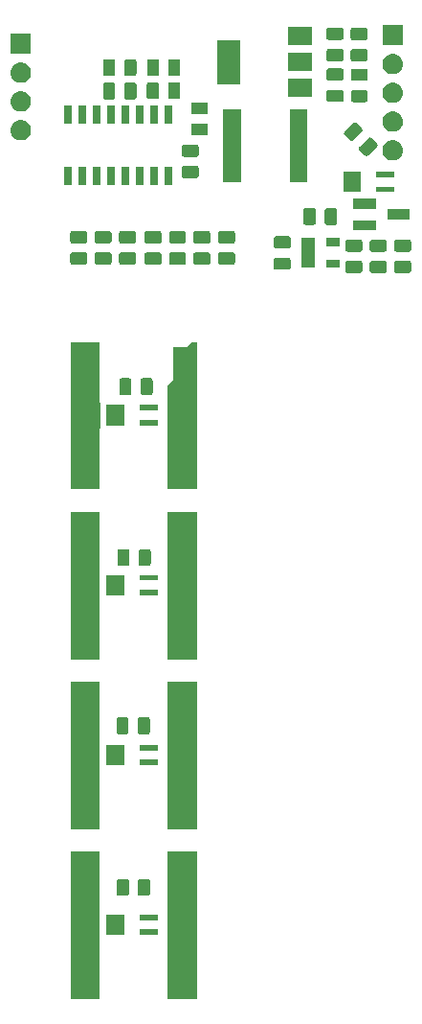
<source format=gts>
G04 #@! TF.GenerationSoftware,KiCad,Pcbnew,(5.0.2)-1*
G04 #@! TF.CreationDate,2020-07-12T04:03:39+02:00*
G04 #@! TF.ProjectId,TempSpike,54656d70-5370-4696-9b65-2e6b69636164,rev?*
G04 #@! TF.SameCoordinates,Original*
G04 #@! TF.FileFunction,Soldermask,Top*
G04 #@! TF.FilePolarity,Negative*
%FSLAX46Y46*%
G04 Gerber Fmt 4.6, Leading zero omitted, Abs format (unit mm)*
G04 Created by KiCad (PCBNEW (5.0.2)-1) date 2020/07/12 04:03:39*
%MOMM*%
%LPD*%
G01*
G04 APERTURE LIST*
%ADD10C,0.100000*%
G04 APERTURE END LIST*
D10*
G36*
X158600000Y-125000000D02*
X156000000Y-125000000D01*
X156000000Y-112000000D01*
X158600000Y-112000000D01*
X158600000Y-125000000D01*
X158600000Y-125000000D01*
G37*
G36*
X150000000Y-125000000D02*
X147400000Y-125000000D01*
X147400000Y-112000000D01*
X150000000Y-112000000D01*
X150000000Y-125000000D01*
X150000000Y-125000000D01*
G37*
G36*
X152177960Y-119341240D02*
X150575960Y-119341240D01*
X150575960Y-117539000D01*
X152177960Y-117539000D01*
X152177960Y-119341240D01*
X152177960Y-119341240D01*
G37*
G36*
X155104040Y-119341240D02*
X153502040Y-119341240D01*
X153502040Y-118839240D01*
X155104040Y-118839240D01*
X155104040Y-119341240D01*
X155104040Y-119341240D01*
G37*
G36*
X155104040Y-118040760D02*
X153502040Y-118040760D01*
X153502040Y-117538760D01*
X155104040Y-117538760D01*
X155104040Y-118040760D01*
X155104040Y-118040760D01*
G37*
G36*
X152391966Y-114383565D02*
X152430637Y-114395296D01*
X152466279Y-114414348D01*
X152497517Y-114439983D01*
X152523152Y-114471221D01*
X152542204Y-114506863D01*
X152553935Y-114545534D01*
X152558500Y-114591888D01*
X152558500Y-115668112D01*
X152553935Y-115714466D01*
X152542204Y-115753137D01*
X152523152Y-115788779D01*
X152497517Y-115820017D01*
X152466279Y-115845652D01*
X152430637Y-115864704D01*
X152391966Y-115876435D01*
X152345612Y-115881000D01*
X151694388Y-115881000D01*
X151648034Y-115876435D01*
X151609363Y-115864704D01*
X151573721Y-115845652D01*
X151542483Y-115820017D01*
X151516848Y-115788779D01*
X151497796Y-115753137D01*
X151486065Y-115714466D01*
X151481500Y-115668112D01*
X151481500Y-114591888D01*
X151486065Y-114545534D01*
X151497796Y-114506863D01*
X151516848Y-114471221D01*
X151542483Y-114439983D01*
X151573721Y-114414348D01*
X151609363Y-114395296D01*
X151648034Y-114383565D01*
X151694388Y-114379000D01*
X152345612Y-114379000D01*
X152391966Y-114383565D01*
X152391966Y-114383565D01*
G37*
G36*
X154266966Y-114383565D02*
X154305637Y-114395296D01*
X154341279Y-114414348D01*
X154372517Y-114439983D01*
X154398152Y-114471221D01*
X154417204Y-114506863D01*
X154428935Y-114545534D01*
X154433500Y-114591888D01*
X154433500Y-115668112D01*
X154428935Y-115714466D01*
X154417204Y-115753137D01*
X154398152Y-115788779D01*
X154372517Y-115820017D01*
X154341279Y-115845652D01*
X154305637Y-115864704D01*
X154266966Y-115876435D01*
X154220612Y-115881000D01*
X153569388Y-115881000D01*
X153523034Y-115876435D01*
X153484363Y-115864704D01*
X153448721Y-115845652D01*
X153417483Y-115820017D01*
X153391848Y-115788779D01*
X153372796Y-115753137D01*
X153361065Y-115714466D01*
X153356500Y-115668112D01*
X153356500Y-114591888D01*
X153361065Y-114545534D01*
X153372796Y-114506863D01*
X153391848Y-114471221D01*
X153417483Y-114439983D01*
X153448721Y-114414348D01*
X153484363Y-114395296D01*
X153523034Y-114383565D01*
X153569388Y-114379000D01*
X154220612Y-114379000D01*
X154266966Y-114383565D01*
X154266966Y-114383565D01*
G37*
G36*
X158600000Y-110000000D02*
X156000000Y-110000000D01*
X156000000Y-97000000D01*
X158600000Y-97000000D01*
X158600000Y-110000000D01*
X158600000Y-110000000D01*
G37*
G36*
X150000000Y-110000000D02*
X147400000Y-110000000D01*
X147400000Y-97000000D01*
X150000000Y-97000000D01*
X150000000Y-110000000D01*
X150000000Y-110000000D01*
G37*
G36*
X152177960Y-104341240D02*
X150575960Y-104341240D01*
X150575960Y-102539000D01*
X152177960Y-102539000D01*
X152177960Y-104341240D01*
X152177960Y-104341240D01*
G37*
G36*
X155104040Y-104341240D02*
X153502040Y-104341240D01*
X153502040Y-103839240D01*
X155104040Y-103839240D01*
X155104040Y-104341240D01*
X155104040Y-104341240D01*
G37*
G36*
X155104040Y-103040760D02*
X153502040Y-103040760D01*
X153502040Y-102538760D01*
X155104040Y-102538760D01*
X155104040Y-103040760D01*
X155104040Y-103040760D01*
G37*
G36*
X152376966Y-100113565D02*
X152415637Y-100125296D01*
X152451279Y-100144348D01*
X152482517Y-100169983D01*
X152508152Y-100201221D01*
X152527204Y-100236863D01*
X152538935Y-100275534D01*
X152543500Y-100321888D01*
X152543500Y-101398112D01*
X152538935Y-101444466D01*
X152527204Y-101483137D01*
X152508152Y-101518779D01*
X152482517Y-101550017D01*
X152451279Y-101575652D01*
X152415637Y-101594704D01*
X152376966Y-101606435D01*
X152330612Y-101611000D01*
X151679388Y-101611000D01*
X151633034Y-101606435D01*
X151594363Y-101594704D01*
X151558721Y-101575652D01*
X151527483Y-101550017D01*
X151501848Y-101518779D01*
X151482796Y-101483137D01*
X151471065Y-101444466D01*
X151466500Y-101398112D01*
X151466500Y-100321888D01*
X151471065Y-100275534D01*
X151482796Y-100236863D01*
X151501848Y-100201221D01*
X151527483Y-100169983D01*
X151558721Y-100144348D01*
X151594363Y-100125296D01*
X151633034Y-100113565D01*
X151679388Y-100109000D01*
X152330612Y-100109000D01*
X152376966Y-100113565D01*
X152376966Y-100113565D01*
G37*
G36*
X154251966Y-100113565D02*
X154290637Y-100125296D01*
X154326279Y-100144348D01*
X154357517Y-100169983D01*
X154383152Y-100201221D01*
X154402204Y-100236863D01*
X154413935Y-100275534D01*
X154418500Y-100321888D01*
X154418500Y-101398112D01*
X154413935Y-101444466D01*
X154402204Y-101483137D01*
X154383152Y-101518779D01*
X154357517Y-101550017D01*
X154326279Y-101575652D01*
X154290637Y-101594704D01*
X154251966Y-101606435D01*
X154205612Y-101611000D01*
X153554388Y-101611000D01*
X153508034Y-101606435D01*
X153469363Y-101594704D01*
X153433721Y-101575652D01*
X153402483Y-101550017D01*
X153376848Y-101518779D01*
X153357796Y-101483137D01*
X153346065Y-101444466D01*
X153341500Y-101398112D01*
X153341500Y-100321888D01*
X153346065Y-100275534D01*
X153357796Y-100236863D01*
X153376848Y-100201221D01*
X153402483Y-100169983D01*
X153433721Y-100144348D01*
X153469363Y-100125296D01*
X153508034Y-100113565D01*
X153554388Y-100109000D01*
X154205612Y-100109000D01*
X154251966Y-100113565D01*
X154251966Y-100113565D01*
G37*
G36*
X150000000Y-95000000D02*
X147400000Y-95000000D01*
X147400000Y-82000000D01*
X150000000Y-82000000D01*
X150000000Y-95000000D01*
X150000000Y-95000000D01*
G37*
G36*
X158600000Y-95000000D02*
X156000000Y-95000000D01*
X156000000Y-82000000D01*
X158600000Y-82000000D01*
X158600000Y-95000000D01*
X158600000Y-95000000D01*
G37*
G36*
X155114040Y-89341240D02*
X153512040Y-89341240D01*
X153512040Y-88839240D01*
X155114040Y-88839240D01*
X155114040Y-89341240D01*
X155114040Y-89341240D01*
G37*
G36*
X152187960Y-89341240D02*
X150585960Y-89341240D01*
X150585960Y-87539000D01*
X152187960Y-87539000D01*
X152187960Y-89341240D01*
X152187960Y-89341240D01*
G37*
G36*
X155114040Y-88040760D02*
X153512040Y-88040760D01*
X153512040Y-87538760D01*
X155114040Y-87538760D01*
X155114040Y-88040760D01*
X155114040Y-88040760D01*
G37*
G36*
X154326966Y-85273565D02*
X154365637Y-85285296D01*
X154401279Y-85304348D01*
X154432517Y-85329983D01*
X154458152Y-85361221D01*
X154477204Y-85396863D01*
X154488935Y-85435534D01*
X154493500Y-85481888D01*
X154493500Y-86558112D01*
X154488935Y-86604466D01*
X154477204Y-86643137D01*
X154458152Y-86678779D01*
X154432517Y-86710017D01*
X154401279Y-86735652D01*
X154365637Y-86754704D01*
X154326966Y-86766435D01*
X154280612Y-86771000D01*
X153629388Y-86771000D01*
X153583034Y-86766435D01*
X153544363Y-86754704D01*
X153508721Y-86735652D01*
X153477483Y-86710017D01*
X153451848Y-86678779D01*
X153432796Y-86643137D01*
X153421065Y-86604466D01*
X153416500Y-86558112D01*
X153416500Y-85481888D01*
X153421065Y-85435534D01*
X153432796Y-85396863D01*
X153451848Y-85361221D01*
X153477483Y-85329983D01*
X153508721Y-85304348D01*
X153544363Y-85285296D01*
X153583034Y-85273565D01*
X153629388Y-85269000D01*
X154280612Y-85269000D01*
X154326966Y-85273565D01*
X154326966Y-85273565D01*
G37*
G36*
X152451966Y-85273565D02*
X152490637Y-85285296D01*
X152526279Y-85304348D01*
X152557517Y-85329983D01*
X152583152Y-85361221D01*
X152602204Y-85396863D01*
X152613935Y-85435534D01*
X152618500Y-85481888D01*
X152618500Y-86558112D01*
X152613935Y-86604466D01*
X152602204Y-86643137D01*
X152583152Y-86678779D01*
X152557517Y-86710017D01*
X152526279Y-86735652D01*
X152490637Y-86754704D01*
X152451966Y-86766435D01*
X152405612Y-86771000D01*
X151754388Y-86771000D01*
X151708034Y-86766435D01*
X151669363Y-86754704D01*
X151633721Y-86735652D01*
X151602483Y-86710017D01*
X151576848Y-86678779D01*
X151557796Y-86643137D01*
X151546065Y-86604466D01*
X151541500Y-86558112D01*
X151541500Y-85481888D01*
X151546065Y-85435534D01*
X151557796Y-85396863D01*
X151576848Y-85361221D01*
X151602483Y-85329983D01*
X151633721Y-85304348D01*
X151669363Y-85285296D01*
X151708034Y-85273565D01*
X151754388Y-85269000D01*
X152405612Y-85269000D01*
X152451966Y-85273565D01*
X152451966Y-85273565D01*
G37*
G36*
X150000000Y-72324000D02*
X150002402Y-72348386D01*
X150009515Y-72371835D01*
X150021066Y-72393446D01*
X150036612Y-72412388D01*
X150055554Y-72427934D01*
X150061000Y-72430845D01*
X150061000Y-74569155D01*
X150055554Y-74572066D01*
X150036612Y-74587612D01*
X150021066Y-74606554D01*
X150009515Y-74628165D01*
X150002402Y-74651614D01*
X150000000Y-74676000D01*
X150000000Y-80000000D01*
X147400000Y-80000000D01*
X147400000Y-67000000D01*
X150000000Y-67000000D01*
X150000000Y-72324000D01*
X150000000Y-72324000D01*
G37*
G36*
X158600000Y-80000000D02*
X156000000Y-80000000D01*
X156000000Y-70800000D01*
X156463388Y-70336612D01*
X156478934Y-70317670D01*
X156490485Y-70296059D01*
X156497598Y-70272610D01*
X156500000Y-70248224D01*
X156500000Y-67400000D01*
X157648224Y-67400000D01*
X157672610Y-67397598D01*
X157696059Y-67390485D01*
X157717670Y-67378934D01*
X157736612Y-67363388D01*
X158100000Y-67000000D01*
X158600000Y-67000000D01*
X158600000Y-80000000D01*
X158600000Y-80000000D01*
G37*
G36*
X155108540Y-74341240D02*
X153506540Y-74341240D01*
X153506540Y-73839240D01*
X155108540Y-73839240D01*
X155108540Y-74341240D01*
X155108540Y-74341240D01*
G37*
G36*
X152182460Y-74341240D02*
X150580460Y-74341240D01*
X150580460Y-72539000D01*
X152182460Y-72539000D01*
X152182460Y-74341240D01*
X152182460Y-74341240D01*
G37*
G36*
X155108540Y-73040760D02*
X153506540Y-73040760D01*
X153506540Y-72538760D01*
X155108540Y-72538760D01*
X155108540Y-73040760D01*
X155108540Y-73040760D01*
G37*
G36*
X154496966Y-70173565D02*
X154535637Y-70185296D01*
X154571279Y-70204348D01*
X154602517Y-70229983D01*
X154628152Y-70261221D01*
X154647204Y-70296863D01*
X154658935Y-70335534D01*
X154663500Y-70381888D01*
X154663500Y-71458112D01*
X154658935Y-71504466D01*
X154647204Y-71543137D01*
X154628152Y-71578779D01*
X154602517Y-71610017D01*
X154571279Y-71635652D01*
X154535637Y-71654704D01*
X154496966Y-71666435D01*
X154450612Y-71671000D01*
X153799388Y-71671000D01*
X153753034Y-71666435D01*
X153714363Y-71654704D01*
X153678721Y-71635652D01*
X153647483Y-71610017D01*
X153621848Y-71578779D01*
X153602796Y-71543137D01*
X153591065Y-71504466D01*
X153586500Y-71458112D01*
X153586500Y-70381888D01*
X153591065Y-70335534D01*
X153602796Y-70296863D01*
X153621848Y-70261221D01*
X153647483Y-70229983D01*
X153678721Y-70204348D01*
X153714363Y-70185296D01*
X153753034Y-70173565D01*
X153799388Y-70169000D01*
X154450612Y-70169000D01*
X154496966Y-70173565D01*
X154496966Y-70173565D01*
G37*
G36*
X152621966Y-70173565D02*
X152660637Y-70185296D01*
X152696279Y-70204348D01*
X152727517Y-70229983D01*
X152753152Y-70261221D01*
X152772204Y-70296863D01*
X152783935Y-70335534D01*
X152788500Y-70381888D01*
X152788500Y-71458112D01*
X152783935Y-71504466D01*
X152772204Y-71543137D01*
X152753152Y-71578779D01*
X152727517Y-71610017D01*
X152696279Y-71635652D01*
X152660637Y-71654704D01*
X152621966Y-71666435D01*
X152575612Y-71671000D01*
X151924388Y-71671000D01*
X151878034Y-71666435D01*
X151839363Y-71654704D01*
X151803721Y-71635652D01*
X151772483Y-71610017D01*
X151746848Y-71578779D01*
X151727796Y-71543137D01*
X151716065Y-71504466D01*
X151711500Y-71458112D01*
X151711500Y-70381888D01*
X151716065Y-70335534D01*
X151727796Y-70296863D01*
X151746848Y-70261221D01*
X151772483Y-70229983D01*
X151803721Y-70204348D01*
X151839363Y-70185296D01*
X151878034Y-70173565D01*
X151924388Y-70169000D01*
X152575612Y-70169000D01*
X152621966Y-70173565D01*
X152621966Y-70173565D01*
G37*
G36*
X177368466Y-59807065D02*
X177407137Y-59818796D01*
X177442779Y-59837848D01*
X177474017Y-59863483D01*
X177499652Y-59894721D01*
X177518704Y-59930363D01*
X177530435Y-59969034D01*
X177535000Y-60015388D01*
X177535000Y-60666612D01*
X177530435Y-60712966D01*
X177518704Y-60751637D01*
X177499652Y-60787279D01*
X177474017Y-60818517D01*
X177442779Y-60844152D01*
X177407137Y-60863204D01*
X177368466Y-60874935D01*
X177322112Y-60879500D01*
X176245888Y-60879500D01*
X176199534Y-60874935D01*
X176160863Y-60863204D01*
X176125221Y-60844152D01*
X176093983Y-60818517D01*
X176068348Y-60787279D01*
X176049296Y-60751637D01*
X176037565Y-60712966D01*
X176033000Y-60666612D01*
X176033000Y-60015388D01*
X176037565Y-59969034D01*
X176049296Y-59930363D01*
X176068348Y-59894721D01*
X176093983Y-59863483D01*
X176125221Y-59837848D01*
X176160863Y-59818796D01*
X176199534Y-59807065D01*
X176245888Y-59802500D01*
X177322112Y-59802500D01*
X177368466Y-59807065D01*
X177368466Y-59807065D01*
G37*
G36*
X173050466Y-59807065D02*
X173089137Y-59818796D01*
X173124779Y-59837848D01*
X173156017Y-59863483D01*
X173181652Y-59894721D01*
X173200704Y-59930363D01*
X173212435Y-59969034D01*
X173217000Y-60015388D01*
X173217000Y-60666612D01*
X173212435Y-60712966D01*
X173200704Y-60751637D01*
X173181652Y-60787279D01*
X173156017Y-60818517D01*
X173124779Y-60844152D01*
X173089137Y-60863204D01*
X173050466Y-60874935D01*
X173004112Y-60879500D01*
X171927888Y-60879500D01*
X171881534Y-60874935D01*
X171842863Y-60863204D01*
X171807221Y-60844152D01*
X171775983Y-60818517D01*
X171750348Y-60787279D01*
X171731296Y-60751637D01*
X171719565Y-60712966D01*
X171715000Y-60666612D01*
X171715000Y-60015388D01*
X171719565Y-59969034D01*
X171731296Y-59930363D01*
X171750348Y-59894721D01*
X171775983Y-59863483D01*
X171807221Y-59837848D01*
X171842863Y-59818796D01*
X171881534Y-59807065D01*
X171927888Y-59802500D01*
X173004112Y-59802500D01*
X173050466Y-59807065D01*
X173050466Y-59807065D01*
G37*
G36*
X175209466Y-59807065D02*
X175248137Y-59818796D01*
X175283779Y-59837848D01*
X175315017Y-59863483D01*
X175340652Y-59894721D01*
X175359704Y-59930363D01*
X175371435Y-59969034D01*
X175376000Y-60015388D01*
X175376000Y-60666612D01*
X175371435Y-60712966D01*
X175359704Y-60751637D01*
X175340652Y-60787279D01*
X175315017Y-60818517D01*
X175283779Y-60844152D01*
X175248137Y-60863204D01*
X175209466Y-60874935D01*
X175163112Y-60879500D01*
X174086888Y-60879500D01*
X174040534Y-60874935D01*
X174001863Y-60863204D01*
X173966221Y-60844152D01*
X173934983Y-60818517D01*
X173909348Y-60787279D01*
X173890296Y-60751637D01*
X173878565Y-60712966D01*
X173874000Y-60666612D01*
X173874000Y-60015388D01*
X173878565Y-59969034D01*
X173890296Y-59930363D01*
X173909348Y-59894721D01*
X173934983Y-59863483D01*
X173966221Y-59837848D01*
X174001863Y-59818796D01*
X174040534Y-59807065D01*
X174086888Y-59802500D01*
X175163112Y-59802500D01*
X175209466Y-59807065D01*
X175209466Y-59807065D01*
G37*
G36*
X166700466Y-59523065D02*
X166739137Y-59534796D01*
X166774779Y-59553848D01*
X166806017Y-59579483D01*
X166831652Y-59610721D01*
X166850704Y-59646363D01*
X166862435Y-59685034D01*
X166867000Y-59731388D01*
X166867000Y-60382612D01*
X166862435Y-60428966D01*
X166850704Y-60467637D01*
X166831652Y-60503279D01*
X166806017Y-60534517D01*
X166774779Y-60560152D01*
X166739137Y-60579204D01*
X166700466Y-60590935D01*
X166654112Y-60595500D01*
X165577888Y-60595500D01*
X165531534Y-60590935D01*
X165492863Y-60579204D01*
X165457221Y-60560152D01*
X165425983Y-60534517D01*
X165400348Y-60503279D01*
X165381296Y-60467637D01*
X165369565Y-60428966D01*
X165365000Y-60382612D01*
X165365000Y-59731388D01*
X165369565Y-59685034D01*
X165381296Y-59646363D01*
X165400348Y-59610721D01*
X165425983Y-59579483D01*
X165457221Y-59553848D01*
X165492863Y-59534796D01*
X165531534Y-59523065D01*
X165577888Y-59518500D01*
X166654112Y-59518500D01*
X166700466Y-59523065D01*
X166700466Y-59523065D01*
G37*
G36*
X171211000Y-60439000D02*
X170049000Y-60439000D01*
X170049000Y-59687000D01*
X171211000Y-59687000D01*
X171211000Y-60439000D01*
X171211000Y-60439000D01*
G37*
G36*
X169011000Y-60439000D02*
X167849000Y-60439000D01*
X167849000Y-57787000D01*
X169011000Y-57787000D01*
X169011000Y-60439000D01*
X169011000Y-60439000D01*
G37*
G36*
X153019466Y-59069065D02*
X153058137Y-59080796D01*
X153093779Y-59099848D01*
X153125017Y-59125483D01*
X153150652Y-59156721D01*
X153169704Y-59192363D01*
X153181435Y-59231034D01*
X153186000Y-59277388D01*
X153186000Y-59928612D01*
X153181435Y-59974966D01*
X153169704Y-60013637D01*
X153150652Y-60049279D01*
X153125017Y-60080517D01*
X153093779Y-60106152D01*
X153058137Y-60125204D01*
X153019466Y-60136935D01*
X152973112Y-60141500D01*
X151896888Y-60141500D01*
X151850534Y-60136935D01*
X151811863Y-60125204D01*
X151776221Y-60106152D01*
X151744983Y-60080517D01*
X151719348Y-60049279D01*
X151700296Y-60013637D01*
X151688565Y-59974966D01*
X151684000Y-59928612D01*
X151684000Y-59277388D01*
X151688565Y-59231034D01*
X151700296Y-59192363D01*
X151719348Y-59156721D01*
X151744983Y-59125483D01*
X151776221Y-59099848D01*
X151811863Y-59080796D01*
X151850534Y-59069065D01*
X151896888Y-59064500D01*
X152973112Y-59064500D01*
X153019466Y-59069065D01*
X153019466Y-59069065D01*
G37*
G36*
X155283466Y-59069065D02*
X155322137Y-59080796D01*
X155357779Y-59099848D01*
X155389017Y-59125483D01*
X155414652Y-59156721D01*
X155433704Y-59192363D01*
X155445435Y-59231034D01*
X155450000Y-59277388D01*
X155450000Y-59928612D01*
X155445435Y-59974966D01*
X155433704Y-60013637D01*
X155414652Y-60049279D01*
X155389017Y-60080517D01*
X155357779Y-60106152D01*
X155322137Y-60125204D01*
X155283466Y-60136935D01*
X155237112Y-60141500D01*
X154160888Y-60141500D01*
X154114534Y-60136935D01*
X154075863Y-60125204D01*
X154040221Y-60106152D01*
X154008983Y-60080517D01*
X153983348Y-60049279D01*
X153964296Y-60013637D01*
X153952565Y-59974966D01*
X153948000Y-59928612D01*
X153948000Y-59277388D01*
X153952565Y-59231034D01*
X153964296Y-59192363D01*
X153983348Y-59156721D01*
X154008983Y-59125483D01*
X154040221Y-59099848D01*
X154075863Y-59080796D01*
X154114534Y-59069065D01*
X154160888Y-59064500D01*
X155237112Y-59064500D01*
X155283466Y-59069065D01*
X155283466Y-59069065D01*
G37*
G36*
X148701466Y-59069065D02*
X148740137Y-59080796D01*
X148775779Y-59099848D01*
X148807017Y-59125483D01*
X148832652Y-59156721D01*
X148851704Y-59192363D01*
X148863435Y-59231034D01*
X148868000Y-59277388D01*
X148868000Y-59928612D01*
X148863435Y-59974966D01*
X148851704Y-60013637D01*
X148832652Y-60049279D01*
X148807017Y-60080517D01*
X148775779Y-60106152D01*
X148740137Y-60125204D01*
X148701466Y-60136935D01*
X148655112Y-60141500D01*
X147578888Y-60141500D01*
X147532534Y-60136935D01*
X147493863Y-60125204D01*
X147458221Y-60106152D01*
X147426983Y-60080517D01*
X147401348Y-60049279D01*
X147382296Y-60013637D01*
X147370565Y-59974966D01*
X147366000Y-59928612D01*
X147366000Y-59277388D01*
X147370565Y-59231034D01*
X147382296Y-59192363D01*
X147401348Y-59156721D01*
X147426983Y-59125483D01*
X147458221Y-59099848D01*
X147493863Y-59080796D01*
X147532534Y-59069065D01*
X147578888Y-59064500D01*
X148655112Y-59064500D01*
X148701466Y-59069065D01*
X148701466Y-59069065D01*
G37*
G36*
X157442466Y-59069065D02*
X157481137Y-59080796D01*
X157516779Y-59099848D01*
X157548017Y-59125483D01*
X157573652Y-59156721D01*
X157592704Y-59192363D01*
X157604435Y-59231034D01*
X157609000Y-59277388D01*
X157609000Y-59928612D01*
X157604435Y-59974966D01*
X157592704Y-60013637D01*
X157573652Y-60049279D01*
X157548017Y-60080517D01*
X157516779Y-60106152D01*
X157481137Y-60125204D01*
X157442466Y-60136935D01*
X157396112Y-60141500D01*
X156319888Y-60141500D01*
X156273534Y-60136935D01*
X156234863Y-60125204D01*
X156199221Y-60106152D01*
X156167983Y-60080517D01*
X156142348Y-60049279D01*
X156123296Y-60013637D01*
X156111565Y-59974966D01*
X156107000Y-59928612D01*
X156107000Y-59277388D01*
X156111565Y-59231034D01*
X156123296Y-59192363D01*
X156142348Y-59156721D01*
X156167983Y-59125483D01*
X156199221Y-59099848D01*
X156234863Y-59080796D01*
X156273534Y-59069065D01*
X156319888Y-59064500D01*
X157396112Y-59064500D01*
X157442466Y-59069065D01*
X157442466Y-59069065D01*
G37*
G36*
X159601466Y-59069065D02*
X159640137Y-59080796D01*
X159675779Y-59099848D01*
X159707017Y-59125483D01*
X159732652Y-59156721D01*
X159751704Y-59192363D01*
X159763435Y-59231034D01*
X159768000Y-59277388D01*
X159768000Y-59928612D01*
X159763435Y-59974966D01*
X159751704Y-60013637D01*
X159732652Y-60049279D01*
X159707017Y-60080517D01*
X159675779Y-60106152D01*
X159640137Y-60125204D01*
X159601466Y-60136935D01*
X159555112Y-60141500D01*
X158478888Y-60141500D01*
X158432534Y-60136935D01*
X158393863Y-60125204D01*
X158358221Y-60106152D01*
X158326983Y-60080517D01*
X158301348Y-60049279D01*
X158282296Y-60013637D01*
X158270565Y-59974966D01*
X158266000Y-59928612D01*
X158266000Y-59277388D01*
X158270565Y-59231034D01*
X158282296Y-59192363D01*
X158301348Y-59156721D01*
X158326983Y-59125483D01*
X158358221Y-59099848D01*
X158393863Y-59080796D01*
X158432534Y-59069065D01*
X158478888Y-59064500D01*
X159555112Y-59064500D01*
X159601466Y-59069065D01*
X159601466Y-59069065D01*
G37*
G36*
X150860466Y-59069065D02*
X150899137Y-59080796D01*
X150934779Y-59099848D01*
X150966017Y-59125483D01*
X150991652Y-59156721D01*
X151010704Y-59192363D01*
X151022435Y-59231034D01*
X151027000Y-59277388D01*
X151027000Y-59928612D01*
X151022435Y-59974966D01*
X151010704Y-60013637D01*
X150991652Y-60049279D01*
X150966017Y-60080517D01*
X150934779Y-60106152D01*
X150899137Y-60125204D01*
X150860466Y-60136935D01*
X150814112Y-60141500D01*
X149737888Y-60141500D01*
X149691534Y-60136935D01*
X149652863Y-60125204D01*
X149617221Y-60106152D01*
X149585983Y-60080517D01*
X149560348Y-60049279D01*
X149541296Y-60013637D01*
X149529565Y-59974966D01*
X149525000Y-59928612D01*
X149525000Y-59277388D01*
X149529565Y-59231034D01*
X149541296Y-59192363D01*
X149560348Y-59156721D01*
X149585983Y-59125483D01*
X149617221Y-59099848D01*
X149652863Y-59080796D01*
X149691534Y-59069065D01*
X149737888Y-59064500D01*
X150814112Y-59064500D01*
X150860466Y-59069065D01*
X150860466Y-59069065D01*
G37*
G36*
X161784466Y-59066065D02*
X161823137Y-59077796D01*
X161858779Y-59096848D01*
X161890017Y-59122483D01*
X161915652Y-59153721D01*
X161934704Y-59189363D01*
X161946435Y-59228034D01*
X161951000Y-59274388D01*
X161951000Y-59925612D01*
X161946435Y-59971966D01*
X161934704Y-60010637D01*
X161915652Y-60046279D01*
X161890017Y-60077517D01*
X161858779Y-60103152D01*
X161823137Y-60122204D01*
X161784466Y-60133935D01*
X161738112Y-60138500D01*
X160661888Y-60138500D01*
X160615534Y-60133935D01*
X160576863Y-60122204D01*
X160541221Y-60103152D01*
X160509983Y-60077517D01*
X160484348Y-60046279D01*
X160465296Y-60010637D01*
X160453565Y-59971966D01*
X160449000Y-59925612D01*
X160449000Y-59274388D01*
X160453565Y-59228034D01*
X160465296Y-59189363D01*
X160484348Y-59153721D01*
X160509983Y-59122483D01*
X160541221Y-59096848D01*
X160576863Y-59077796D01*
X160615534Y-59066065D01*
X160661888Y-59061500D01*
X161738112Y-59061500D01*
X161784466Y-59066065D01*
X161784466Y-59066065D01*
G37*
G36*
X177368466Y-57932065D02*
X177407137Y-57943796D01*
X177442779Y-57962848D01*
X177474017Y-57988483D01*
X177499652Y-58019721D01*
X177518704Y-58055363D01*
X177530435Y-58094034D01*
X177535000Y-58140388D01*
X177535000Y-58791612D01*
X177530435Y-58837966D01*
X177518704Y-58876637D01*
X177499652Y-58912279D01*
X177474017Y-58943517D01*
X177442779Y-58969152D01*
X177407137Y-58988204D01*
X177368466Y-58999935D01*
X177322112Y-59004500D01*
X176245888Y-59004500D01*
X176199534Y-58999935D01*
X176160863Y-58988204D01*
X176125221Y-58969152D01*
X176093983Y-58943517D01*
X176068348Y-58912279D01*
X176049296Y-58876637D01*
X176037565Y-58837966D01*
X176033000Y-58791612D01*
X176033000Y-58140388D01*
X176037565Y-58094034D01*
X176049296Y-58055363D01*
X176068348Y-58019721D01*
X176093983Y-57988483D01*
X176125221Y-57962848D01*
X176160863Y-57943796D01*
X176199534Y-57932065D01*
X176245888Y-57927500D01*
X177322112Y-57927500D01*
X177368466Y-57932065D01*
X177368466Y-57932065D01*
G37*
G36*
X173050466Y-57932065D02*
X173089137Y-57943796D01*
X173124779Y-57962848D01*
X173156017Y-57988483D01*
X173181652Y-58019721D01*
X173200704Y-58055363D01*
X173212435Y-58094034D01*
X173217000Y-58140388D01*
X173217000Y-58791612D01*
X173212435Y-58837966D01*
X173200704Y-58876637D01*
X173181652Y-58912279D01*
X173156017Y-58943517D01*
X173124779Y-58969152D01*
X173089137Y-58988204D01*
X173050466Y-58999935D01*
X173004112Y-59004500D01*
X171927888Y-59004500D01*
X171881534Y-58999935D01*
X171842863Y-58988204D01*
X171807221Y-58969152D01*
X171775983Y-58943517D01*
X171750348Y-58912279D01*
X171731296Y-58876637D01*
X171719565Y-58837966D01*
X171715000Y-58791612D01*
X171715000Y-58140388D01*
X171719565Y-58094034D01*
X171731296Y-58055363D01*
X171750348Y-58019721D01*
X171775983Y-57988483D01*
X171807221Y-57962848D01*
X171842863Y-57943796D01*
X171881534Y-57932065D01*
X171927888Y-57927500D01*
X173004112Y-57927500D01*
X173050466Y-57932065D01*
X173050466Y-57932065D01*
G37*
G36*
X175209466Y-57932065D02*
X175248137Y-57943796D01*
X175283779Y-57962848D01*
X175315017Y-57988483D01*
X175340652Y-58019721D01*
X175359704Y-58055363D01*
X175371435Y-58094034D01*
X175376000Y-58140388D01*
X175376000Y-58791612D01*
X175371435Y-58837966D01*
X175359704Y-58876637D01*
X175340652Y-58912279D01*
X175315017Y-58943517D01*
X175283779Y-58969152D01*
X175248137Y-58988204D01*
X175209466Y-58999935D01*
X175163112Y-59004500D01*
X174086888Y-59004500D01*
X174040534Y-58999935D01*
X174001863Y-58988204D01*
X173966221Y-58969152D01*
X173934983Y-58943517D01*
X173909348Y-58912279D01*
X173890296Y-58876637D01*
X173878565Y-58837966D01*
X173874000Y-58791612D01*
X173874000Y-58140388D01*
X173878565Y-58094034D01*
X173890296Y-58055363D01*
X173909348Y-58019721D01*
X173934983Y-57988483D01*
X173966221Y-57962848D01*
X174001863Y-57943796D01*
X174040534Y-57932065D01*
X174086888Y-57927500D01*
X175163112Y-57927500D01*
X175209466Y-57932065D01*
X175209466Y-57932065D01*
G37*
G36*
X166700466Y-57648065D02*
X166739137Y-57659796D01*
X166774779Y-57678848D01*
X166806017Y-57704483D01*
X166831652Y-57735721D01*
X166850704Y-57771363D01*
X166862435Y-57810034D01*
X166867000Y-57856388D01*
X166867000Y-58507612D01*
X166862435Y-58553966D01*
X166850704Y-58592637D01*
X166831652Y-58628279D01*
X166806017Y-58659517D01*
X166774779Y-58685152D01*
X166739137Y-58704204D01*
X166700466Y-58715935D01*
X166654112Y-58720500D01*
X165577888Y-58720500D01*
X165531534Y-58715935D01*
X165492863Y-58704204D01*
X165457221Y-58685152D01*
X165425983Y-58659517D01*
X165400348Y-58628279D01*
X165381296Y-58592637D01*
X165369565Y-58553966D01*
X165365000Y-58507612D01*
X165365000Y-57856388D01*
X165369565Y-57810034D01*
X165381296Y-57771363D01*
X165400348Y-57735721D01*
X165425983Y-57704483D01*
X165457221Y-57678848D01*
X165492863Y-57659796D01*
X165531534Y-57648065D01*
X165577888Y-57643500D01*
X166654112Y-57643500D01*
X166700466Y-57648065D01*
X166700466Y-57648065D01*
G37*
G36*
X171211000Y-58539000D02*
X170049000Y-58539000D01*
X170049000Y-57787000D01*
X171211000Y-57787000D01*
X171211000Y-58539000D01*
X171211000Y-58539000D01*
G37*
G36*
X159601466Y-57194065D02*
X159640137Y-57205796D01*
X159675779Y-57224848D01*
X159707017Y-57250483D01*
X159732652Y-57281721D01*
X159751704Y-57317363D01*
X159763435Y-57356034D01*
X159768000Y-57402388D01*
X159768000Y-58053612D01*
X159763435Y-58099966D01*
X159751704Y-58138637D01*
X159732652Y-58174279D01*
X159707017Y-58205517D01*
X159675779Y-58231152D01*
X159640137Y-58250204D01*
X159601466Y-58261935D01*
X159555112Y-58266500D01*
X158478888Y-58266500D01*
X158432534Y-58261935D01*
X158393863Y-58250204D01*
X158358221Y-58231152D01*
X158326983Y-58205517D01*
X158301348Y-58174279D01*
X158282296Y-58138637D01*
X158270565Y-58099966D01*
X158266000Y-58053612D01*
X158266000Y-57402388D01*
X158270565Y-57356034D01*
X158282296Y-57317363D01*
X158301348Y-57281721D01*
X158326983Y-57250483D01*
X158358221Y-57224848D01*
X158393863Y-57205796D01*
X158432534Y-57194065D01*
X158478888Y-57189500D01*
X159555112Y-57189500D01*
X159601466Y-57194065D01*
X159601466Y-57194065D01*
G37*
G36*
X157442466Y-57194065D02*
X157481137Y-57205796D01*
X157516779Y-57224848D01*
X157548017Y-57250483D01*
X157573652Y-57281721D01*
X157592704Y-57317363D01*
X157604435Y-57356034D01*
X157609000Y-57402388D01*
X157609000Y-58053612D01*
X157604435Y-58099966D01*
X157592704Y-58138637D01*
X157573652Y-58174279D01*
X157548017Y-58205517D01*
X157516779Y-58231152D01*
X157481137Y-58250204D01*
X157442466Y-58261935D01*
X157396112Y-58266500D01*
X156319888Y-58266500D01*
X156273534Y-58261935D01*
X156234863Y-58250204D01*
X156199221Y-58231152D01*
X156167983Y-58205517D01*
X156142348Y-58174279D01*
X156123296Y-58138637D01*
X156111565Y-58099966D01*
X156107000Y-58053612D01*
X156107000Y-57402388D01*
X156111565Y-57356034D01*
X156123296Y-57317363D01*
X156142348Y-57281721D01*
X156167983Y-57250483D01*
X156199221Y-57224848D01*
X156234863Y-57205796D01*
X156273534Y-57194065D01*
X156319888Y-57189500D01*
X157396112Y-57189500D01*
X157442466Y-57194065D01*
X157442466Y-57194065D01*
G37*
G36*
X148701466Y-57194065D02*
X148740137Y-57205796D01*
X148775779Y-57224848D01*
X148807017Y-57250483D01*
X148832652Y-57281721D01*
X148851704Y-57317363D01*
X148863435Y-57356034D01*
X148868000Y-57402388D01*
X148868000Y-58053612D01*
X148863435Y-58099966D01*
X148851704Y-58138637D01*
X148832652Y-58174279D01*
X148807017Y-58205517D01*
X148775779Y-58231152D01*
X148740137Y-58250204D01*
X148701466Y-58261935D01*
X148655112Y-58266500D01*
X147578888Y-58266500D01*
X147532534Y-58261935D01*
X147493863Y-58250204D01*
X147458221Y-58231152D01*
X147426983Y-58205517D01*
X147401348Y-58174279D01*
X147382296Y-58138637D01*
X147370565Y-58099966D01*
X147366000Y-58053612D01*
X147366000Y-57402388D01*
X147370565Y-57356034D01*
X147382296Y-57317363D01*
X147401348Y-57281721D01*
X147426983Y-57250483D01*
X147458221Y-57224848D01*
X147493863Y-57205796D01*
X147532534Y-57194065D01*
X147578888Y-57189500D01*
X148655112Y-57189500D01*
X148701466Y-57194065D01*
X148701466Y-57194065D01*
G37*
G36*
X150860466Y-57194065D02*
X150899137Y-57205796D01*
X150934779Y-57224848D01*
X150966017Y-57250483D01*
X150991652Y-57281721D01*
X151010704Y-57317363D01*
X151022435Y-57356034D01*
X151027000Y-57402388D01*
X151027000Y-58053612D01*
X151022435Y-58099966D01*
X151010704Y-58138637D01*
X150991652Y-58174279D01*
X150966017Y-58205517D01*
X150934779Y-58231152D01*
X150899137Y-58250204D01*
X150860466Y-58261935D01*
X150814112Y-58266500D01*
X149737888Y-58266500D01*
X149691534Y-58261935D01*
X149652863Y-58250204D01*
X149617221Y-58231152D01*
X149585983Y-58205517D01*
X149560348Y-58174279D01*
X149541296Y-58138637D01*
X149529565Y-58099966D01*
X149525000Y-58053612D01*
X149525000Y-57402388D01*
X149529565Y-57356034D01*
X149541296Y-57317363D01*
X149560348Y-57281721D01*
X149585983Y-57250483D01*
X149617221Y-57224848D01*
X149652863Y-57205796D01*
X149691534Y-57194065D01*
X149737888Y-57189500D01*
X150814112Y-57189500D01*
X150860466Y-57194065D01*
X150860466Y-57194065D01*
G37*
G36*
X155283466Y-57194065D02*
X155322137Y-57205796D01*
X155357779Y-57224848D01*
X155389017Y-57250483D01*
X155414652Y-57281721D01*
X155433704Y-57317363D01*
X155445435Y-57356034D01*
X155450000Y-57402388D01*
X155450000Y-58053612D01*
X155445435Y-58099966D01*
X155433704Y-58138637D01*
X155414652Y-58174279D01*
X155389017Y-58205517D01*
X155357779Y-58231152D01*
X155322137Y-58250204D01*
X155283466Y-58261935D01*
X155237112Y-58266500D01*
X154160888Y-58266500D01*
X154114534Y-58261935D01*
X154075863Y-58250204D01*
X154040221Y-58231152D01*
X154008983Y-58205517D01*
X153983348Y-58174279D01*
X153964296Y-58138637D01*
X153952565Y-58099966D01*
X153948000Y-58053612D01*
X153948000Y-57402388D01*
X153952565Y-57356034D01*
X153964296Y-57317363D01*
X153983348Y-57281721D01*
X154008983Y-57250483D01*
X154040221Y-57224848D01*
X154075863Y-57205796D01*
X154114534Y-57194065D01*
X154160888Y-57189500D01*
X155237112Y-57189500D01*
X155283466Y-57194065D01*
X155283466Y-57194065D01*
G37*
G36*
X153019466Y-57194065D02*
X153058137Y-57205796D01*
X153093779Y-57224848D01*
X153125017Y-57250483D01*
X153150652Y-57281721D01*
X153169704Y-57317363D01*
X153181435Y-57356034D01*
X153186000Y-57402388D01*
X153186000Y-58053612D01*
X153181435Y-58099966D01*
X153169704Y-58138637D01*
X153150652Y-58174279D01*
X153125017Y-58205517D01*
X153093779Y-58231152D01*
X153058137Y-58250204D01*
X153019466Y-58261935D01*
X152973112Y-58266500D01*
X151896888Y-58266500D01*
X151850534Y-58261935D01*
X151811863Y-58250204D01*
X151776221Y-58231152D01*
X151744983Y-58205517D01*
X151719348Y-58174279D01*
X151700296Y-58138637D01*
X151688565Y-58099966D01*
X151684000Y-58053612D01*
X151684000Y-57402388D01*
X151688565Y-57356034D01*
X151700296Y-57317363D01*
X151719348Y-57281721D01*
X151744983Y-57250483D01*
X151776221Y-57224848D01*
X151811863Y-57205796D01*
X151850534Y-57194065D01*
X151896888Y-57189500D01*
X152973112Y-57189500D01*
X153019466Y-57194065D01*
X153019466Y-57194065D01*
G37*
G36*
X161784466Y-57191065D02*
X161823137Y-57202796D01*
X161858779Y-57221848D01*
X161890017Y-57247483D01*
X161915652Y-57278721D01*
X161934704Y-57314363D01*
X161946435Y-57353034D01*
X161951000Y-57399388D01*
X161951000Y-58050612D01*
X161946435Y-58096966D01*
X161934704Y-58135637D01*
X161915652Y-58171279D01*
X161890017Y-58202517D01*
X161858779Y-58228152D01*
X161823137Y-58247204D01*
X161784466Y-58258935D01*
X161738112Y-58263500D01*
X160661888Y-58263500D01*
X160615534Y-58258935D01*
X160576863Y-58247204D01*
X160541221Y-58228152D01*
X160509983Y-58202517D01*
X160484348Y-58171279D01*
X160465296Y-58135637D01*
X160453565Y-58096966D01*
X160449000Y-58050612D01*
X160449000Y-57399388D01*
X160453565Y-57353034D01*
X160465296Y-57314363D01*
X160484348Y-57278721D01*
X160509983Y-57247483D01*
X160541221Y-57221848D01*
X160576863Y-57202796D01*
X160615534Y-57191065D01*
X160661888Y-57186500D01*
X161738112Y-57186500D01*
X161784466Y-57191065D01*
X161784466Y-57191065D01*
G37*
G36*
X174436538Y-57115378D02*
X172434538Y-57115378D01*
X172434538Y-56213378D01*
X174436538Y-56213378D01*
X174436538Y-57115378D01*
X174436538Y-57115378D01*
G37*
G36*
X170805966Y-55149565D02*
X170844637Y-55161296D01*
X170880279Y-55180348D01*
X170911517Y-55205983D01*
X170937152Y-55237221D01*
X170956204Y-55272863D01*
X170967935Y-55311534D01*
X170972500Y-55357888D01*
X170972500Y-56434112D01*
X170967935Y-56480466D01*
X170956204Y-56519137D01*
X170937152Y-56554779D01*
X170911517Y-56586017D01*
X170880279Y-56611652D01*
X170844637Y-56630704D01*
X170805966Y-56642435D01*
X170759612Y-56647000D01*
X170108388Y-56647000D01*
X170062034Y-56642435D01*
X170023363Y-56630704D01*
X169987721Y-56611652D01*
X169956483Y-56586017D01*
X169930848Y-56554779D01*
X169911796Y-56519137D01*
X169900065Y-56480466D01*
X169895500Y-56434112D01*
X169895500Y-55357888D01*
X169900065Y-55311534D01*
X169911796Y-55272863D01*
X169930848Y-55237221D01*
X169956483Y-55205983D01*
X169987721Y-55180348D01*
X170023363Y-55161296D01*
X170062034Y-55149565D01*
X170108388Y-55145000D01*
X170759612Y-55145000D01*
X170805966Y-55149565D01*
X170805966Y-55149565D01*
G37*
G36*
X168930966Y-55149565D02*
X168969637Y-55161296D01*
X169005279Y-55180348D01*
X169036517Y-55205983D01*
X169062152Y-55237221D01*
X169081204Y-55272863D01*
X169092935Y-55311534D01*
X169097500Y-55357888D01*
X169097500Y-56434112D01*
X169092935Y-56480466D01*
X169081204Y-56519137D01*
X169062152Y-56554779D01*
X169036517Y-56586017D01*
X169005279Y-56611652D01*
X168969637Y-56630704D01*
X168930966Y-56642435D01*
X168884612Y-56647000D01*
X168233388Y-56647000D01*
X168187034Y-56642435D01*
X168148363Y-56630704D01*
X168112721Y-56611652D01*
X168081483Y-56586017D01*
X168055848Y-56554779D01*
X168036796Y-56519137D01*
X168025065Y-56480466D01*
X168020500Y-56434112D01*
X168020500Y-55357888D01*
X168025065Y-55311534D01*
X168036796Y-55272863D01*
X168055848Y-55237221D01*
X168081483Y-55205983D01*
X168112721Y-55180348D01*
X168148363Y-55161296D01*
X168187034Y-55149565D01*
X168233388Y-55145000D01*
X168884612Y-55145000D01*
X168930966Y-55149565D01*
X168930966Y-55149565D01*
G37*
G36*
X177436538Y-56165378D02*
X175434538Y-56165378D01*
X175434538Y-55263378D01*
X177436538Y-55263378D01*
X177436538Y-56165378D01*
X177436538Y-56165378D01*
G37*
G36*
X174436538Y-55215378D02*
X172434538Y-55215378D01*
X172434538Y-54313378D01*
X174436538Y-54313378D01*
X174436538Y-55215378D01*
X174436538Y-55215378D01*
G37*
G36*
X173114920Y-53749240D02*
X171512920Y-53749240D01*
X171512920Y-51947000D01*
X173114920Y-51947000D01*
X173114920Y-53749240D01*
X173114920Y-53749240D01*
G37*
G36*
X176041000Y-53749240D02*
X174439000Y-53749240D01*
X174439000Y-53247240D01*
X176041000Y-53247240D01*
X176041000Y-53749240D01*
X176041000Y-53749240D01*
G37*
G36*
X155156000Y-53121000D02*
X154454000Y-53121000D01*
X154454000Y-51519000D01*
X155156000Y-51519000D01*
X155156000Y-53121000D01*
X155156000Y-53121000D01*
G37*
G36*
X151346000Y-53121000D02*
X150644000Y-53121000D01*
X150644000Y-51519000D01*
X151346000Y-51519000D01*
X151346000Y-53121000D01*
X151346000Y-53121000D01*
G37*
G36*
X150076000Y-53121000D02*
X149374000Y-53121000D01*
X149374000Y-51519000D01*
X150076000Y-51519000D01*
X150076000Y-53121000D01*
X150076000Y-53121000D01*
G37*
G36*
X152616000Y-53121000D02*
X151914000Y-53121000D01*
X151914000Y-51519000D01*
X152616000Y-51519000D01*
X152616000Y-53121000D01*
X152616000Y-53121000D01*
G37*
G36*
X153886000Y-53121000D02*
X153184000Y-53121000D01*
X153184000Y-51519000D01*
X153886000Y-51519000D01*
X153886000Y-53121000D01*
X153886000Y-53121000D01*
G37*
G36*
X156426000Y-53121000D02*
X155724000Y-53121000D01*
X155724000Y-51519000D01*
X156426000Y-51519000D01*
X156426000Y-53121000D01*
X156426000Y-53121000D01*
G37*
G36*
X148806000Y-53121000D02*
X148104000Y-53121000D01*
X148104000Y-51519000D01*
X148806000Y-51519000D01*
X148806000Y-53121000D01*
X148806000Y-53121000D01*
G37*
G36*
X147536000Y-53121000D02*
X146834000Y-53121000D01*
X146834000Y-51519000D01*
X147536000Y-51519000D01*
X147536000Y-53121000D01*
X147536000Y-53121000D01*
G37*
G36*
X162466000Y-52856000D02*
X160914000Y-52856000D01*
X160914000Y-46454000D01*
X162466000Y-46454000D01*
X162466000Y-52856000D01*
X162466000Y-52856000D01*
G37*
G36*
X168366000Y-52856000D02*
X166814000Y-52856000D01*
X166814000Y-46454000D01*
X168366000Y-46454000D01*
X168366000Y-52856000D01*
X168366000Y-52856000D01*
G37*
G36*
X158572466Y-51425065D02*
X158611137Y-51436796D01*
X158646779Y-51455848D01*
X158678017Y-51481483D01*
X158703652Y-51512721D01*
X158722704Y-51548363D01*
X158734435Y-51587034D01*
X158739000Y-51633388D01*
X158739000Y-52284612D01*
X158734435Y-52330966D01*
X158722704Y-52369637D01*
X158703652Y-52405279D01*
X158678017Y-52436517D01*
X158646779Y-52462152D01*
X158611137Y-52481204D01*
X158572466Y-52492935D01*
X158526112Y-52497500D01*
X157449888Y-52497500D01*
X157403534Y-52492935D01*
X157364863Y-52481204D01*
X157329221Y-52462152D01*
X157297983Y-52436517D01*
X157272348Y-52405279D01*
X157253296Y-52369637D01*
X157241565Y-52330966D01*
X157237000Y-52284612D01*
X157237000Y-51633388D01*
X157241565Y-51587034D01*
X157253296Y-51548363D01*
X157272348Y-51512721D01*
X157297983Y-51481483D01*
X157329221Y-51455848D01*
X157364863Y-51436796D01*
X157403534Y-51425065D01*
X157449888Y-51420500D01*
X158526112Y-51420500D01*
X158572466Y-51425065D01*
X158572466Y-51425065D01*
G37*
G36*
X176041000Y-52448760D02*
X174439000Y-52448760D01*
X174439000Y-51946760D01*
X176041000Y-51946760D01*
X176041000Y-52448760D01*
X176041000Y-52448760D01*
G37*
G36*
X176005442Y-49159518D02*
X176071627Y-49166037D01*
X176184853Y-49200384D01*
X176241467Y-49217557D01*
X176276429Y-49236245D01*
X176397991Y-49301222D01*
X176433729Y-49330552D01*
X176535186Y-49413814D01*
X176592130Y-49483202D01*
X176647778Y-49551009D01*
X176647779Y-49551011D01*
X176731443Y-49707533D01*
X176732808Y-49712034D01*
X176782963Y-49877373D01*
X176800359Y-50054000D01*
X176782963Y-50230627D01*
X176775266Y-50256000D01*
X176731443Y-50400467D01*
X176700730Y-50457926D01*
X176647778Y-50556991D01*
X176631256Y-50577123D01*
X176535186Y-50694186D01*
X176433729Y-50777448D01*
X176397991Y-50806778D01*
X176397989Y-50806779D01*
X176241467Y-50890443D01*
X176190181Y-50906000D01*
X176071627Y-50941963D01*
X176005443Y-50948481D01*
X175939260Y-50955000D01*
X175850740Y-50955000D01*
X175784558Y-50948482D01*
X175718373Y-50941963D01*
X175599819Y-50906000D01*
X175548533Y-50890443D01*
X175392011Y-50806779D01*
X175392009Y-50806778D01*
X175356271Y-50777448D01*
X175254814Y-50694186D01*
X175158744Y-50577123D01*
X175142222Y-50556991D01*
X175089270Y-50457926D01*
X175058557Y-50400467D01*
X175014734Y-50256000D01*
X175007037Y-50230627D01*
X174989641Y-50054000D01*
X175007037Y-49877373D01*
X175057192Y-49712034D01*
X175058557Y-49707533D01*
X175142221Y-49551011D01*
X175142222Y-49551009D01*
X175197870Y-49483202D01*
X175254814Y-49413814D01*
X175356271Y-49330552D01*
X175392009Y-49301222D01*
X175513571Y-49236245D01*
X175548533Y-49217557D01*
X175605147Y-49200384D01*
X175718373Y-49166037D01*
X175784558Y-49159518D01*
X175850740Y-49153000D01*
X175939260Y-49153000D01*
X176005442Y-49159518D01*
X176005442Y-49159518D01*
G37*
G36*
X158572466Y-49550065D02*
X158611137Y-49561796D01*
X158646779Y-49580848D01*
X158678017Y-49606483D01*
X158703652Y-49637721D01*
X158722704Y-49673363D01*
X158734435Y-49712034D01*
X158739000Y-49758388D01*
X158739000Y-50409612D01*
X158734435Y-50455966D01*
X158722704Y-50494637D01*
X158703652Y-50530279D01*
X158678017Y-50561517D01*
X158646779Y-50587152D01*
X158611137Y-50606204D01*
X158572466Y-50617935D01*
X158526112Y-50622500D01*
X157449888Y-50622500D01*
X157403534Y-50617935D01*
X157364863Y-50606204D01*
X157329221Y-50587152D01*
X157297983Y-50561517D01*
X157272348Y-50530279D01*
X157253296Y-50494637D01*
X157241565Y-50455966D01*
X157237000Y-50409612D01*
X157237000Y-49758388D01*
X157241565Y-49712034D01*
X157253296Y-49673363D01*
X157272348Y-49637721D01*
X157297983Y-49606483D01*
X157329221Y-49580848D01*
X157364863Y-49561796D01*
X157403534Y-49550065D01*
X157449888Y-49545500D01*
X158526112Y-49545500D01*
X158572466Y-49550065D01*
X158572466Y-49550065D01*
G37*
G36*
X173926476Y-48914889D02*
X173965147Y-48926620D01*
X174000789Y-48945672D01*
X174036800Y-48975224D01*
X174497276Y-49435700D01*
X174526828Y-49471711D01*
X174545880Y-49507353D01*
X174557611Y-49546024D01*
X174561571Y-49586240D01*
X174557611Y-49626456D01*
X174545880Y-49665127D01*
X174526828Y-49700769D01*
X174497276Y-49736780D01*
X173736280Y-50497776D01*
X173700269Y-50527328D01*
X173664627Y-50546380D01*
X173625956Y-50558111D01*
X173585740Y-50562071D01*
X173545524Y-50558111D01*
X173506853Y-50546380D01*
X173471211Y-50527328D01*
X173435200Y-50497776D01*
X172974724Y-50037300D01*
X172945172Y-50001289D01*
X172926120Y-49965647D01*
X172914389Y-49926976D01*
X172910429Y-49886760D01*
X172914389Y-49846544D01*
X172926120Y-49807873D01*
X172945172Y-49772231D01*
X172974724Y-49736220D01*
X173735720Y-48975224D01*
X173771731Y-48945672D01*
X173807373Y-48926620D01*
X173846044Y-48914889D01*
X173886260Y-48910929D01*
X173926476Y-48914889D01*
X173926476Y-48914889D01*
G37*
G36*
X172600650Y-47589063D02*
X172639321Y-47600794D01*
X172674963Y-47619846D01*
X172710974Y-47649398D01*
X173171450Y-48109874D01*
X173201002Y-48145885D01*
X173220054Y-48181527D01*
X173231785Y-48220198D01*
X173235745Y-48260414D01*
X173231785Y-48300630D01*
X173220054Y-48339301D01*
X173201002Y-48374943D01*
X173171450Y-48410954D01*
X172410454Y-49171950D01*
X172374443Y-49201502D01*
X172338801Y-49220554D01*
X172300130Y-49232285D01*
X172259914Y-49236245D01*
X172219698Y-49232285D01*
X172181027Y-49220554D01*
X172145385Y-49201502D01*
X172109374Y-49171950D01*
X171648898Y-48711474D01*
X171619346Y-48675463D01*
X171600294Y-48639821D01*
X171588563Y-48601150D01*
X171584603Y-48560934D01*
X171588563Y-48520718D01*
X171600294Y-48482047D01*
X171619346Y-48446405D01*
X171648898Y-48410394D01*
X172409894Y-47649398D01*
X172445905Y-47619846D01*
X172481547Y-47600794D01*
X172520218Y-47589063D01*
X172560434Y-47585103D01*
X172600650Y-47589063D01*
X172600650Y-47589063D01*
G37*
G36*
X143112442Y-47381518D02*
X143178627Y-47388037D01*
X143291853Y-47422384D01*
X143348467Y-47439557D01*
X143487087Y-47513652D01*
X143504991Y-47523222D01*
X143540729Y-47552552D01*
X143642186Y-47635814D01*
X143710763Y-47719377D01*
X143754778Y-47773009D01*
X143754779Y-47773011D01*
X143838443Y-47929533D01*
X143838443Y-47929534D01*
X143889963Y-48099373D01*
X143907359Y-48276000D01*
X143889963Y-48452627D01*
X143869308Y-48520718D01*
X143838443Y-48622467D01*
X143791376Y-48710521D01*
X143754778Y-48778991D01*
X143725448Y-48814729D01*
X143642186Y-48916186D01*
X143540729Y-48999448D01*
X143504991Y-49028778D01*
X143504989Y-49028779D01*
X143348467Y-49112443D01*
X143291853Y-49129616D01*
X143178627Y-49163963D01*
X143112442Y-49170482D01*
X143046260Y-49177000D01*
X142957740Y-49177000D01*
X142891558Y-49170482D01*
X142825373Y-49163963D01*
X142712147Y-49129616D01*
X142655533Y-49112443D01*
X142499011Y-49028779D01*
X142499009Y-49028778D01*
X142463271Y-48999448D01*
X142361814Y-48916186D01*
X142278552Y-48814729D01*
X142249222Y-48778991D01*
X142212624Y-48710521D01*
X142165557Y-48622467D01*
X142134692Y-48520718D01*
X142114037Y-48452627D01*
X142096641Y-48276000D01*
X142114037Y-48099373D01*
X142165557Y-47929534D01*
X142165557Y-47929533D01*
X142249221Y-47773011D01*
X142249222Y-47773009D01*
X142293237Y-47719377D01*
X142361814Y-47635814D01*
X142463271Y-47552552D01*
X142499009Y-47523222D01*
X142516913Y-47513652D01*
X142655533Y-47439557D01*
X142712147Y-47422384D01*
X142825373Y-47388037D01*
X142891557Y-47381519D01*
X142957740Y-47375000D01*
X143046260Y-47375000D01*
X143112442Y-47381518D01*
X143112442Y-47381518D01*
G37*
G36*
X159397966Y-47678565D02*
X159436637Y-47690296D01*
X159472279Y-47709348D01*
X159503517Y-47734983D01*
X159529152Y-47766221D01*
X159548204Y-47801863D01*
X159559935Y-47840534D01*
X159564500Y-47886888D01*
X159564500Y-48538112D01*
X159559935Y-48584466D01*
X159548204Y-48623137D01*
X159529152Y-48658779D01*
X159503517Y-48690017D01*
X159472279Y-48715652D01*
X159436637Y-48734704D01*
X159397966Y-48746435D01*
X159351612Y-48751000D01*
X158275388Y-48751000D01*
X158229034Y-48746435D01*
X158190363Y-48734704D01*
X158154721Y-48715652D01*
X158123483Y-48690017D01*
X158097848Y-48658779D01*
X158078796Y-48623137D01*
X158067065Y-48584466D01*
X158062500Y-48538112D01*
X158062500Y-47886888D01*
X158067065Y-47840534D01*
X158078796Y-47801863D01*
X158097848Y-47766221D01*
X158123483Y-47734983D01*
X158154721Y-47709348D01*
X158190363Y-47690296D01*
X158229034Y-47678565D01*
X158275388Y-47674000D01*
X159351612Y-47674000D01*
X159397966Y-47678565D01*
X159397966Y-47678565D01*
G37*
G36*
X176005442Y-46619518D02*
X176071627Y-46626037D01*
X176181208Y-46659278D01*
X176241467Y-46677557D01*
X176373511Y-46748137D01*
X176397991Y-46761222D01*
X176433729Y-46790552D01*
X176535186Y-46873814D01*
X176618448Y-46975271D01*
X176647778Y-47011009D01*
X176647779Y-47011011D01*
X176731443Y-47167533D01*
X176731443Y-47167534D01*
X176782963Y-47337373D01*
X176800359Y-47514000D01*
X176782963Y-47690627D01*
X176763739Y-47754000D01*
X176731443Y-47860467D01*
X176717320Y-47886888D01*
X176647778Y-48016991D01*
X176618448Y-48052729D01*
X176535186Y-48154186D01*
X176433729Y-48237448D01*
X176397991Y-48266778D01*
X176397989Y-48266779D01*
X176241467Y-48350443D01*
X176198581Y-48363452D01*
X176071627Y-48401963D01*
X176005443Y-48408481D01*
X175939260Y-48415000D01*
X175850740Y-48415000D01*
X175784558Y-48408482D01*
X175718373Y-48401963D01*
X175591419Y-48363452D01*
X175548533Y-48350443D01*
X175392011Y-48266779D01*
X175392009Y-48266778D01*
X175356271Y-48237448D01*
X175254814Y-48154186D01*
X175171552Y-48052729D01*
X175142222Y-48016991D01*
X175072680Y-47886888D01*
X175058557Y-47860467D01*
X175026261Y-47754000D01*
X175007037Y-47690627D01*
X174989641Y-47514000D01*
X175007037Y-47337373D01*
X175058557Y-47167534D01*
X175058557Y-47167533D01*
X175142221Y-47011011D01*
X175142222Y-47011009D01*
X175171552Y-46975271D01*
X175254814Y-46873814D01*
X175356271Y-46790552D01*
X175392009Y-46761222D01*
X175416489Y-46748137D01*
X175548533Y-46677557D01*
X175608792Y-46659278D01*
X175718373Y-46626037D01*
X175784558Y-46619518D01*
X175850740Y-46613000D01*
X175939260Y-46613000D01*
X176005442Y-46619518D01*
X176005442Y-46619518D01*
G37*
G36*
X147536000Y-47721000D02*
X146834000Y-47721000D01*
X146834000Y-46119000D01*
X147536000Y-46119000D01*
X147536000Y-47721000D01*
X147536000Y-47721000D01*
G37*
G36*
X148806000Y-47721000D02*
X148104000Y-47721000D01*
X148104000Y-46119000D01*
X148806000Y-46119000D01*
X148806000Y-47721000D01*
X148806000Y-47721000D01*
G37*
G36*
X150076000Y-47721000D02*
X149374000Y-47721000D01*
X149374000Y-46119000D01*
X150076000Y-46119000D01*
X150076000Y-47721000D01*
X150076000Y-47721000D01*
G37*
G36*
X156426000Y-47721000D02*
X155724000Y-47721000D01*
X155724000Y-46119000D01*
X156426000Y-46119000D01*
X156426000Y-47721000D01*
X156426000Y-47721000D01*
G37*
G36*
X153886000Y-47721000D02*
X153184000Y-47721000D01*
X153184000Y-46119000D01*
X153886000Y-46119000D01*
X153886000Y-47721000D01*
X153886000Y-47721000D01*
G37*
G36*
X151346000Y-47721000D02*
X150644000Y-47721000D01*
X150644000Y-46119000D01*
X151346000Y-46119000D01*
X151346000Y-47721000D01*
X151346000Y-47721000D01*
G37*
G36*
X152616000Y-47721000D02*
X151914000Y-47721000D01*
X151914000Y-46119000D01*
X152616000Y-46119000D01*
X152616000Y-47721000D01*
X152616000Y-47721000D01*
G37*
G36*
X155156000Y-47721000D02*
X154454000Y-47721000D01*
X154454000Y-46119000D01*
X155156000Y-46119000D01*
X155156000Y-47721000D01*
X155156000Y-47721000D01*
G37*
G36*
X159397966Y-45803565D02*
X159436637Y-45815296D01*
X159472279Y-45834348D01*
X159503517Y-45859983D01*
X159529152Y-45891221D01*
X159548204Y-45926863D01*
X159559935Y-45965534D01*
X159564500Y-46011888D01*
X159564500Y-46663112D01*
X159559935Y-46709466D01*
X159548204Y-46748137D01*
X159529152Y-46783779D01*
X159503517Y-46815017D01*
X159472279Y-46840652D01*
X159436637Y-46859704D01*
X159397966Y-46871435D01*
X159351612Y-46876000D01*
X158275388Y-46876000D01*
X158229034Y-46871435D01*
X158190363Y-46859704D01*
X158154721Y-46840652D01*
X158123483Y-46815017D01*
X158097848Y-46783779D01*
X158078796Y-46748137D01*
X158067065Y-46709466D01*
X158062500Y-46663112D01*
X158062500Y-46011888D01*
X158067065Y-45965534D01*
X158078796Y-45926863D01*
X158097848Y-45891221D01*
X158123483Y-45859983D01*
X158154721Y-45834348D01*
X158190363Y-45815296D01*
X158229034Y-45803565D01*
X158275388Y-45799000D01*
X159351612Y-45799000D01*
X159397966Y-45803565D01*
X159397966Y-45803565D01*
G37*
G36*
X143112443Y-44841519D02*
X143178627Y-44848037D01*
X143291853Y-44882384D01*
X143348467Y-44899557D01*
X143487087Y-44973652D01*
X143504991Y-44983222D01*
X143540729Y-45012552D01*
X143642186Y-45095814D01*
X143725448Y-45197271D01*
X143754778Y-45233009D01*
X143754779Y-45233011D01*
X143838443Y-45389533D01*
X143838443Y-45389534D01*
X143889963Y-45559373D01*
X143907359Y-45736000D01*
X143889963Y-45912627D01*
X143855616Y-46025853D01*
X143838443Y-46082467D01*
X143818915Y-46119000D01*
X143754778Y-46238991D01*
X143725448Y-46274729D01*
X143642186Y-46376186D01*
X143547368Y-46454000D01*
X143504991Y-46488778D01*
X143504989Y-46488779D01*
X143348467Y-46572443D01*
X143291853Y-46589616D01*
X143178627Y-46623963D01*
X143112442Y-46630482D01*
X143046260Y-46637000D01*
X142957740Y-46637000D01*
X142891558Y-46630482D01*
X142825373Y-46623963D01*
X142712147Y-46589616D01*
X142655533Y-46572443D01*
X142499011Y-46488779D01*
X142499009Y-46488778D01*
X142456632Y-46454000D01*
X142361814Y-46376186D01*
X142278552Y-46274729D01*
X142249222Y-46238991D01*
X142185085Y-46119000D01*
X142165557Y-46082467D01*
X142148384Y-46025853D01*
X142114037Y-45912627D01*
X142096641Y-45736000D01*
X142114037Y-45559373D01*
X142165557Y-45389534D01*
X142165557Y-45389533D01*
X142249221Y-45233011D01*
X142249222Y-45233009D01*
X142278552Y-45197271D01*
X142361814Y-45095814D01*
X142463271Y-45012552D01*
X142499009Y-44983222D01*
X142516913Y-44973652D01*
X142655533Y-44899557D01*
X142712147Y-44882384D01*
X142825373Y-44848037D01*
X142891557Y-44841519D01*
X142957740Y-44835000D01*
X143046260Y-44835000D01*
X143112443Y-44841519D01*
X143112443Y-44841519D01*
G37*
G36*
X176005443Y-44079519D02*
X176071627Y-44086037D01*
X176176537Y-44117861D01*
X176241467Y-44137557D01*
X176337078Y-44188663D01*
X176397991Y-44221222D01*
X176415430Y-44235534D01*
X176535186Y-44333814D01*
X176618448Y-44435271D01*
X176647778Y-44471009D01*
X176647779Y-44471011D01*
X176731443Y-44627533D01*
X176731443Y-44627534D01*
X176782963Y-44797373D01*
X176800359Y-44974000D01*
X176782963Y-45150627D01*
X176757973Y-45233009D01*
X176731443Y-45320467D01*
X176662858Y-45448779D01*
X176647778Y-45476991D01*
X176635346Y-45492139D01*
X176535186Y-45614186D01*
X176437152Y-45694639D01*
X176397991Y-45726778D01*
X176397989Y-45726779D01*
X176241467Y-45810443D01*
X176184853Y-45827616D01*
X176071627Y-45861963D01*
X176005442Y-45868482D01*
X175939260Y-45875000D01*
X175850740Y-45875000D01*
X175784557Y-45868481D01*
X175718373Y-45861963D01*
X175605147Y-45827616D01*
X175548533Y-45810443D01*
X175392011Y-45726779D01*
X175392009Y-45726778D01*
X175352848Y-45694639D01*
X175254814Y-45614186D01*
X175154654Y-45492139D01*
X175142222Y-45476991D01*
X175127142Y-45448779D01*
X175058557Y-45320467D01*
X175032027Y-45233009D01*
X175007037Y-45150627D01*
X174989641Y-44974000D01*
X175007037Y-44797373D01*
X175058557Y-44627534D01*
X175058557Y-44627533D01*
X175142221Y-44471011D01*
X175142222Y-44471009D01*
X175171552Y-44435271D01*
X175254814Y-44333814D01*
X175374570Y-44235534D01*
X175392009Y-44221222D01*
X175452922Y-44188663D01*
X175548533Y-44137557D01*
X175613463Y-44117861D01*
X175718373Y-44086037D01*
X175784557Y-44079519D01*
X175850740Y-44073000D01*
X175939260Y-44073000D01*
X176005443Y-44079519D01*
X176005443Y-44079519D01*
G37*
G36*
X173529466Y-44727565D02*
X173568137Y-44739296D01*
X173603779Y-44758348D01*
X173635017Y-44783983D01*
X173660652Y-44815221D01*
X173679704Y-44850863D01*
X173691435Y-44889534D01*
X173696000Y-44935888D01*
X173696000Y-45587112D01*
X173691435Y-45633466D01*
X173679704Y-45672137D01*
X173660652Y-45707779D01*
X173635017Y-45739017D01*
X173603779Y-45764652D01*
X173568137Y-45783704D01*
X173529466Y-45795435D01*
X173483112Y-45800000D01*
X172406888Y-45800000D01*
X172360534Y-45795435D01*
X172321863Y-45783704D01*
X172286221Y-45764652D01*
X172254983Y-45739017D01*
X172229348Y-45707779D01*
X172210296Y-45672137D01*
X172198565Y-45633466D01*
X172194000Y-45587112D01*
X172194000Y-44935888D01*
X172198565Y-44889534D01*
X172210296Y-44850863D01*
X172229348Y-44815221D01*
X172254983Y-44783983D01*
X172286221Y-44758348D01*
X172321863Y-44739296D01*
X172360534Y-44727565D01*
X172406888Y-44723000D01*
X173483112Y-44723000D01*
X173529466Y-44727565D01*
X173529466Y-44727565D01*
G37*
G36*
X171384466Y-44701065D02*
X171423137Y-44712796D01*
X171458779Y-44731848D01*
X171490017Y-44757483D01*
X171515652Y-44788721D01*
X171534704Y-44824363D01*
X171546435Y-44863034D01*
X171551000Y-44909388D01*
X171551000Y-45560612D01*
X171546435Y-45606966D01*
X171534704Y-45645637D01*
X171515652Y-45681279D01*
X171490017Y-45712517D01*
X171458779Y-45738152D01*
X171423137Y-45757204D01*
X171384466Y-45768935D01*
X171338112Y-45773500D01*
X170261888Y-45773500D01*
X170215534Y-45768935D01*
X170176863Y-45757204D01*
X170141221Y-45738152D01*
X170109983Y-45712517D01*
X170084348Y-45681279D01*
X170065296Y-45645637D01*
X170053565Y-45606966D01*
X170049000Y-45560612D01*
X170049000Y-44909388D01*
X170053565Y-44863034D01*
X170065296Y-44824363D01*
X170084348Y-44788721D01*
X170109983Y-44757483D01*
X170141221Y-44731848D01*
X170176863Y-44712796D01*
X170215534Y-44701065D01*
X170261888Y-44696500D01*
X171338112Y-44696500D01*
X171384466Y-44701065D01*
X171384466Y-44701065D01*
G37*
G36*
X151186966Y-44073565D02*
X151225637Y-44085296D01*
X151261279Y-44104348D01*
X151292517Y-44129983D01*
X151318152Y-44161221D01*
X151337204Y-44196863D01*
X151348935Y-44235534D01*
X151353500Y-44281888D01*
X151353500Y-45358112D01*
X151348935Y-45404466D01*
X151337204Y-45443137D01*
X151318152Y-45478779D01*
X151292517Y-45510017D01*
X151261279Y-45535652D01*
X151225637Y-45554704D01*
X151186966Y-45566435D01*
X151140612Y-45571000D01*
X150489388Y-45571000D01*
X150443034Y-45566435D01*
X150404363Y-45554704D01*
X150368721Y-45535652D01*
X150337483Y-45510017D01*
X150311848Y-45478779D01*
X150292796Y-45443137D01*
X150281065Y-45404466D01*
X150276500Y-45358112D01*
X150276500Y-44281888D01*
X150281065Y-44235534D01*
X150292796Y-44196863D01*
X150311848Y-44161221D01*
X150337483Y-44129983D01*
X150368721Y-44104348D01*
X150404363Y-44085296D01*
X150443034Y-44073565D01*
X150489388Y-44069000D01*
X151140612Y-44069000D01*
X151186966Y-44073565D01*
X151186966Y-44073565D01*
G37*
G36*
X153061966Y-44073565D02*
X153100637Y-44085296D01*
X153136279Y-44104348D01*
X153167517Y-44129983D01*
X153193152Y-44161221D01*
X153212204Y-44196863D01*
X153223935Y-44235534D01*
X153228500Y-44281888D01*
X153228500Y-45358112D01*
X153223935Y-45404466D01*
X153212204Y-45443137D01*
X153193152Y-45478779D01*
X153167517Y-45510017D01*
X153136279Y-45535652D01*
X153100637Y-45554704D01*
X153061966Y-45566435D01*
X153015612Y-45571000D01*
X152364388Y-45571000D01*
X152318034Y-45566435D01*
X152279363Y-45554704D01*
X152243721Y-45535652D01*
X152212483Y-45510017D01*
X152186848Y-45478779D01*
X152167796Y-45443137D01*
X152156065Y-45404466D01*
X152151500Y-45358112D01*
X152151500Y-44281888D01*
X152156065Y-44235534D01*
X152167796Y-44196863D01*
X152186848Y-44161221D01*
X152212483Y-44129983D01*
X152243721Y-44104348D01*
X152279363Y-44085296D01*
X152318034Y-44073565D01*
X152364388Y-44069000D01*
X153015612Y-44069000D01*
X153061966Y-44073565D01*
X153061966Y-44073565D01*
G37*
G36*
X156936966Y-44043565D02*
X156975637Y-44055296D01*
X157011279Y-44074348D01*
X157042517Y-44099983D01*
X157068152Y-44131221D01*
X157087204Y-44166863D01*
X157098935Y-44205534D01*
X157103500Y-44251888D01*
X157103500Y-45328112D01*
X157098935Y-45374466D01*
X157087204Y-45413137D01*
X157068152Y-45448779D01*
X157042517Y-45480017D01*
X157011279Y-45505652D01*
X156975637Y-45524704D01*
X156936966Y-45536435D01*
X156890612Y-45541000D01*
X156239388Y-45541000D01*
X156193034Y-45536435D01*
X156154363Y-45524704D01*
X156118721Y-45505652D01*
X156087483Y-45480017D01*
X156061848Y-45448779D01*
X156042796Y-45413137D01*
X156031065Y-45374466D01*
X156026500Y-45328112D01*
X156026500Y-44251888D01*
X156031065Y-44205534D01*
X156042796Y-44166863D01*
X156061848Y-44131221D01*
X156087483Y-44099983D01*
X156118721Y-44074348D01*
X156154363Y-44055296D01*
X156193034Y-44043565D01*
X156239388Y-44039000D01*
X156890612Y-44039000D01*
X156936966Y-44043565D01*
X156936966Y-44043565D01*
G37*
G36*
X155061966Y-44043565D02*
X155100637Y-44055296D01*
X155136279Y-44074348D01*
X155167517Y-44099983D01*
X155193152Y-44131221D01*
X155212204Y-44166863D01*
X155223935Y-44205534D01*
X155228500Y-44251888D01*
X155228500Y-45328112D01*
X155223935Y-45374466D01*
X155212204Y-45413137D01*
X155193152Y-45448779D01*
X155167517Y-45480017D01*
X155136279Y-45505652D01*
X155100637Y-45524704D01*
X155061966Y-45536435D01*
X155015612Y-45541000D01*
X154364388Y-45541000D01*
X154318034Y-45536435D01*
X154279363Y-45524704D01*
X154243721Y-45505652D01*
X154212483Y-45480017D01*
X154186848Y-45448779D01*
X154167796Y-45413137D01*
X154156065Y-45374466D01*
X154151500Y-45328112D01*
X154151500Y-44251888D01*
X154156065Y-44205534D01*
X154167796Y-44166863D01*
X154186848Y-44131221D01*
X154212483Y-44099983D01*
X154243721Y-44074348D01*
X154279363Y-44055296D01*
X154318034Y-44043565D01*
X154364388Y-44039000D01*
X155015612Y-44039000D01*
X155061966Y-44043565D01*
X155061966Y-44043565D01*
G37*
G36*
X168751000Y-45351000D02*
X166649000Y-45351000D01*
X166649000Y-43749000D01*
X168751000Y-43749000D01*
X168751000Y-45351000D01*
X168751000Y-45351000D01*
G37*
G36*
X162451000Y-44201000D02*
X160349000Y-44201000D01*
X160349000Y-40299000D01*
X162451000Y-40299000D01*
X162451000Y-44201000D01*
X162451000Y-44201000D01*
G37*
G36*
X143112442Y-42301518D02*
X143178627Y-42308037D01*
X143291853Y-42342384D01*
X143348467Y-42359557D01*
X143487087Y-42433652D01*
X143504991Y-42443222D01*
X143540729Y-42472552D01*
X143642186Y-42555814D01*
X143725448Y-42657271D01*
X143754778Y-42693009D01*
X143754779Y-42693011D01*
X143838443Y-42849533D01*
X143839547Y-42853174D01*
X143889963Y-43019373D01*
X143907359Y-43196000D01*
X143889963Y-43372627D01*
X143864786Y-43455623D01*
X143838443Y-43542467D01*
X143792056Y-43629250D01*
X143754778Y-43698991D01*
X143727716Y-43731966D01*
X143642186Y-43836186D01*
X143553821Y-43908704D01*
X143504991Y-43948778D01*
X143504989Y-43948779D01*
X143348467Y-44032443D01*
X143311802Y-44043565D01*
X143178627Y-44083963D01*
X143112443Y-44090481D01*
X143046260Y-44097000D01*
X142957740Y-44097000D01*
X142891558Y-44090482D01*
X142825373Y-44083963D01*
X142692198Y-44043565D01*
X142655533Y-44032443D01*
X142499011Y-43948779D01*
X142499009Y-43948778D01*
X142450179Y-43908704D01*
X142361814Y-43836186D01*
X142276284Y-43731966D01*
X142249222Y-43698991D01*
X142211944Y-43629250D01*
X142165557Y-43542467D01*
X142139214Y-43455623D01*
X142114037Y-43372627D01*
X142096641Y-43196000D01*
X142114037Y-43019373D01*
X142164453Y-42853174D01*
X142165557Y-42849533D01*
X142249221Y-42693011D01*
X142249222Y-42693009D01*
X142278552Y-42657271D01*
X142361814Y-42555814D01*
X142463271Y-42472552D01*
X142499009Y-42443222D01*
X142516913Y-42433652D01*
X142655533Y-42359557D01*
X142712147Y-42342384D01*
X142825373Y-42308037D01*
X142891558Y-42301518D01*
X142957740Y-42295000D01*
X143046260Y-42295000D01*
X143112442Y-42301518D01*
X143112442Y-42301518D01*
G37*
G36*
X173529466Y-42852565D02*
X173568137Y-42864296D01*
X173603779Y-42883348D01*
X173635017Y-42908983D01*
X173660652Y-42940221D01*
X173679704Y-42975863D01*
X173691435Y-43014534D01*
X173696000Y-43060888D01*
X173696000Y-43712112D01*
X173691435Y-43758466D01*
X173679704Y-43797137D01*
X173660652Y-43832779D01*
X173635017Y-43864017D01*
X173603779Y-43889652D01*
X173568137Y-43908704D01*
X173529466Y-43920435D01*
X173483112Y-43925000D01*
X172406888Y-43925000D01*
X172360534Y-43920435D01*
X172321863Y-43908704D01*
X172286221Y-43889652D01*
X172254983Y-43864017D01*
X172229348Y-43832779D01*
X172210296Y-43797137D01*
X172198565Y-43758466D01*
X172194000Y-43712112D01*
X172194000Y-43060888D01*
X172198565Y-43014534D01*
X172210296Y-42975863D01*
X172229348Y-42940221D01*
X172254983Y-42908983D01*
X172286221Y-42883348D01*
X172321863Y-42864296D01*
X172360534Y-42852565D01*
X172406888Y-42848000D01*
X173483112Y-42848000D01*
X173529466Y-42852565D01*
X173529466Y-42852565D01*
G37*
G36*
X171384466Y-42826065D02*
X171423137Y-42837796D01*
X171458779Y-42856848D01*
X171490017Y-42882483D01*
X171515652Y-42913721D01*
X171534704Y-42949363D01*
X171546435Y-42988034D01*
X171551000Y-43034388D01*
X171551000Y-43685612D01*
X171546435Y-43731966D01*
X171534704Y-43770637D01*
X171515652Y-43806279D01*
X171490017Y-43837517D01*
X171458779Y-43863152D01*
X171423137Y-43882204D01*
X171384466Y-43893935D01*
X171338112Y-43898500D01*
X170261888Y-43898500D01*
X170215534Y-43893935D01*
X170176863Y-43882204D01*
X170141221Y-43863152D01*
X170109983Y-43837517D01*
X170084348Y-43806279D01*
X170065296Y-43770637D01*
X170053565Y-43731966D01*
X170049000Y-43685612D01*
X170049000Y-43034388D01*
X170053565Y-42988034D01*
X170065296Y-42949363D01*
X170084348Y-42913721D01*
X170109983Y-42882483D01*
X170141221Y-42856848D01*
X170176863Y-42837796D01*
X170215534Y-42826065D01*
X170261888Y-42821500D01*
X171338112Y-42821500D01*
X171384466Y-42826065D01*
X171384466Y-42826065D01*
G37*
G36*
X155066966Y-42003565D02*
X155105637Y-42015296D01*
X155141279Y-42034348D01*
X155172517Y-42059983D01*
X155198152Y-42091221D01*
X155217204Y-42126863D01*
X155228935Y-42165534D01*
X155233500Y-42211888D01*
X155233500Y-43288112D01*
X155228935Y-43334466D01*
X155217204Y-43373137D01*
X155198152Y-43408779D01*
X155172517Y-43440017D01*
X155141279Y-43465652D01*
X155105637Y-43484704D01*
X155066966Y-43496435D01*
X155020612Y-43501000D01*
X154369388Y-43501000D01*
X154323034Y-43496435D01*
X154284363Y-43484704D01*
X154248721Y-43465652D01*
X154217483Y-43440017D01*
X154191848Y-43408779D01*
X154172796Y-43373137D01*
X154161065Y-43334466D01*
X154156500Y-43288112D01*
X154156500Y-42211888D01*
X154161065Y-42165534D01*
X154172796Y-42126863D01*
X154191848Y-42091221D01*
X154217483Y-42059983D01*
X154248721Y-42034348D01*
X154284363Y-42015296D01*
X154323034Y-42003565D01*
X154369388Y-41999000D01*
X155020612Y-41999000D01*
X155066966Y-42003565D01*
X155066966Y-42003565D01*
G37*
G36*
X156941966Y-42003565D02*
X156980637Y-42015296D01*
X157016279Y-42034348D01*
X157047517Y-42059983D01*
X157073152Y-42091221D01*
X157092204Y-42126863D01*
X157103935Y-42165534D01*
X157108500Y-42211888D01*
X157108500Y-43288112D01*
X157103935Y-43334466D01*
X157092204Y-43373137D01*
X157073152Y-43408779D01*
X157047517Y-43440017D01*
X157016279Y-43465652D01*
X156980637Y-43484704D01*
X156941966Y-43496435D01*
X156895612Y-43501000D01*
X156244388Y-43501000D01*
X156198034Y-43496435D01*
X156159363Y-43484704D01*
X156123721Y-43465652D01*
X156092483Y-43440017D01*
X156066848Y-43408779D01*
X156047796Y-43373137D01*
X156036065Y-43334466D01*
X156031500Y-43288112D01*
X156031500Y-42211888D01*
X156036065Y-42165534D01*
X156047796Y-42126863D01*
X156066848Y-42091221D01*
X156092483Y-42059983D01*
X156123721Y-42034348D01*
X156159363Y-42015296D01*
X156198034Y-42003565D01*
X156244388Y-41999000D01*
X156895612Y-41999000D01*
X156941966Y-42003565D01*
X156941966Y-42003565D01*
G37*
G36*
X153056966Y-42003565D02*
X153095637Y-42015296D01*
X153131279Y-42034348D01*
X153162517Y-42059983D01*
X153188152Y-42091221D01*
X153207204Y-42126863D01*
X153218935Y-42165534D01*
X153223500Y-42211888D01*
X153223500Y-43288112D01*
X153218935Y-43334466D01*
X153207204Y-43373137D01*
X153188152Y-43408779D01*
X153162517Y-43440017D01*
X153131279Y-43465652D01*
X153095637Y-43484704D01*
X153056966Y-43496435D01*
X153010612Y-43501000D01*
X152359388Y-43501000D01*
X152313034Y-43496435D01*
X152274363Y-43484704D01*
X152238721Y-43465652D01*
X152207483Y-43440017D01*
X152181848Y-43408779D01*
X152162796Y-43373137D01*
X152151065Y-43334466D01*
X152146500Y-43288112D01*
X152146500Y-42211888D01*
X152151065Y-42165534D01*
X152162796Y-42126863D01*
X152181848Y-42091221D01*
X152207483Y-42059983D01*
X152238721Y-42034348D01*
X152274363Y-42015296D01*
X152313034Y-42003565D01*
X152359388Y-41999000D01*
X153010612Y-41999000D01*
X153056966Y-42003565D01*
X153056966Y-42003565D01*
G37*
G36*
X151181966Y-42003565D02*
X151220637Y-42015296D01*
X151256279Y-42034348D01*
X151287517Y-42059983D01*
X151313152Y-42091221D01*
X151332204Y-42126863D01*
X151343935Y-42165534D01*
X151348500Y-42211888D01*
X151348500Y-43288112D01*
X151343935Y-43334466D01*
X151332204Y-43373137D01*
X151313152Y-43408779D01*
X151287517Y-43440017D01*
X151256279Y-43465652D01*
X151220637Y-43484704D01*
X151181966Y-43496435D01*
X151135612Y-43501000D01*
X150484388Y-43501000D01*
X150438034Y-43496435D01*
X150399363Y-43484704D01*
X150363721Y-43465652D01*
X150332483Y-43440017D01*
X150306848Y-43408779D01*
X150287796Y-43373137D01*
X150276065Y-43334466D01*
X150271500Y-43288112D01*
X150271500Y-42211888D01*
X150276065Y-42165534D01*
X150287796Y-42126863D01*
X150306848Y-42091221D01*
X150332483Y-42059983D01*
X150363721Y-42034348D01*
X150399363Y-42015296D01*
X150438034Y-42003565D01*
X150484388Y-41999000D01*
X151135612Y-41999000D01*
X151181966Y-42003565D01*
X151181966Y-42003565D01*
G37*
G36*
X176005442Y-41539518D02*
X176071627Y-41546037D01*
X176184853Y-41580384D01*
X176241467Y-41597557D01*
X176380087Y-41671652D01*
X176397991Y-41681222D01*
X176433729Y-41710552D01*
X176535186Y-41793814D01*
X176618448Y-41895271D01*
X176647778Y-41931009D01*
X176647779Y-41931011D01*
X176731443Y-42087533D01*
X176740886Y-42118663D01*
X176782963Y-42257373D01*
X176800359Y-42434000D01*
X176782963Y-42610627D01*
X176757973Y-42693009D01*
X176731443Y-42780467D01*
X176690616Y-42856848D01*
X176647778Y-42936991D01*
X176645127Y-42940221D01*
X176535186Y-43074186D01*
X176433729Y-43157448D01*
X176397991Y-43186778D01*
X176397989Y-43186779D01*
X176241467Y-43270443D01*
X176195858Y-43284278D01*
X176071627Y-43321963D01*
X176005442Y-43328482D01*
X175939260Y-43335000D01*
X175850740Y-43335000D01*
X175784558Y-43328482D01*
X175718373Y-43321963D01*
X175594142Y-43284278D01*
X175548533Y-43270443D01*
X175392011Y-43186779D01*
X175392009Y-43186778D01*
X175356271Y-43157448D01*
X175254814Y-43074186D01*
X175144873Y-42940221D01*
X175142222Y-42936991D01*
X175099384Y-42856848D01*
X175058557Y-42780467D01*
X175032027Y-42693009D01*
X175007037Y-42610627D01*
X174989641Y-42434000D01*
X175007037Y-42257373D01*
X175049114Y-42118663D01*
X175058557Y-42087533D01*
X175142221Y-41931011D01*
X175142222Y-41931009D01*
X175171552Y-41895271D01*
X175254814Y-41793814D01*
X175356271Y-41710552D01*
X175392009Y-41681222D01*
X175409913Y-41671652D01*
X175548533Y-41597557D01*
X175605147Y-41580384D01*
X175718373Y-41546037D01*
X175784558Y-41539518D01*
X175850740Y-41533000D01*
X175939260Y-41533000D01*
X176005442Y-41539518D01*
X176005442Y-41539518D01*
G37*
G36*
X168751000Y-43051000D02*
X166649000Y-43051000D01*
X166649000Y-41449000D01*
X168751000Y-41449000D01*
X168751000Y-43051000D01*
X168751000Y-43051000D01*
G37*
G36*
X173509466Y-41117565D02*
X173548137Y-41129296D01*
X173583779Y-41148348D01*
X173615017Y-41173983D01*
X173640652Y-41205221D01*
X173659704Y-41240863D01*
X173671435Y-41279534D01*
X173676000Y-41325888D01*
X173676000Y-41977112D01*
X173671435Y-42023466D01*
X173659704Y-42062137D01*
X173640652Y-42097779D01*
X173615017Y-42129017D01*
X173583779Y-42154652D01*
X173548137Y-42173704D01*
X173509466Y-42185435D01*
X173463112Y-42190000D01*
X172386888Y-42190000D01*
X172340534Y-42185435D01*
X172301863Y-42173704D01*
X172266221Y-42154652D01*
X172234983Y-42129017D01*
X172209348Y-42097779D01*
X172190296Y-42062137D01*
X172178565Y-42023466D01*
X172174000Y-41977112D01*
X172174000Y-41325888D01*
X172178565Y-41279534D01*
X172190296Y-41240863D01*
X172209348Y-41205221D01*
X172234983Y-41173983D01*
X172266221Y-41148348D01*
X172301863Y-41129296D01*
X172340534Y-41117565D01*
X172386888Y-41113000D01*
X173463112Y-41113000D01*
X173509466Y-41117565D01*
X173509466Y-41117565D01*
G37*
G36*
X171384466Y-41108065D02*
X171423137Y-41119796D01*
X171458779Y-41138848D01*
X171490017Y-41164483D01*
X171515652Y-41195721D01*
X171534704Y-41231363D01*
X171546435Y-41270034D01*
X171551000Y-41316388D01*
X171551000Y-41967612D01*
X171546435Y-42013966D01*
X171534704Y-42052637D01*
X171515652Y-42088279D01*
X171490017Y-42119517D01*
X171458779Y-42145152D01*
X171423137Y-42164204D01*
X171384466Y-42175935D01*
X171338112Y-42180500D01*
X170261888Y-42180500D01*
X170215534Y-42175935D01*
X170176863Y-42164204D01*
X170141221Y-42145152D01*
X170109983Y-42119517D01*
X170084348Y-42088279D01*
X170065296Y-42052637D01*
X170053565Y-42013966D01*
X170049000Y-41967612D01*
X170049000Y-41316388D01*
X170053565Y-41270034D01*
X170065296Y-41231363D01*
X170084348Y-41195721D01*
X170109983Y-41164483D01*
X170141221Y-41138848D01*
X170176863Y-41119796D01*
X170215534Y-41108065D01*
X170261888Y-41103500D01*
X171338112Y-41103500D01*
X171384466Y-41108065D01*
X171384466Y-41108065D01*
G37*
G36*
X143903000Y-41557000D02*
X142101000Y-41557000D01*
X142101000Y-39755000D01*
X143903000Y-39755000D01*
X143903000Y-41557000D01*
X143903000Y-41557000D01*
G37*
G36*
X176796000Y-40795000D02*
X174994000Y-40795000D01*
X174994000Y-38993000D01*
X176796000Y-38993000D01*
X176796000Y-40795000D01*
X176796000Y-40795000D01*
G37*
G36*
X168751000Y-40751000D02*
X166649000Y-40751000D01*
X166649000Y-39149000D01*
X168751000Y-39149000D01*
X168751000Y-40751000D01*
X168751000Y-40751000D01*
G37*
G36*
X173509466Y-39242565D02*
X173548137Y-39254296D01*
X173583779Y-39273348D01*
X173615017Y-39298983D01*
X173640652Y-39330221D01*
X173659704Y-39365863D01*
X173671435Y-39404534D01*
X173676000Y-39450888D01*
X173676000Y-40102112D01*
X173671435Y-40148466D01*
X173659704Y-40187137D01*
X173640652Y-40222779D01*
X173615017Y-40254017D01*
X173583779Y-40279652D01*
X173548137Y-40298704D01*
X173509466Y-40310435D01*
X173463112Y-40315000D01*
X172386888Y-40315000D01*
X172340534Y-40310435D01*
X172301863Y-40298704D01*
X172266221Y-40279652D01*
X172234983Y-40254017D01*
X172209348Y-40222779D01*
X172190296Y-40187137D01*
X172178565Y-40148466D01*
X172174000Y-40102112D01*
X172174000Y-39450888D01*
X172178565Y-39404534D01*
X172190296Y-39365863D01*
X172209348Y-39330221D01*
X172234983Y-39298983D01*
X172266221Y-39273348D01*
X172301863Y-39254296D01*
X172340534Y-39242565D01*
X172386888Y-39238000D01*
X173463112Y-39238000D01*
X173509466Y-39242565D01*
X173509466Y-39242565D01*
G37*
G36*
X171384466Y-39233065D02*
X171423137Y-39244796D01*
X171458779Y-39263848D01*
X171490017Y-39289483D01*
X171515652Y-39320721D01*
X171534704Y-39356363D01*
X171546435Y-39395034D01*
X171551000Y-39441388D01*
X171551000Y-40092612D01*
X171546435Y-40138966D01*
X171534704Y-40177637D01*
X171515652Y-40213279D01*
X171490017Y-40244517D01*
X171458779Y-40270152D01*
X171423137Y-40289204D01*
X171384466Y-40300935D01*
X171338112Y-40305500D01*
X170261888Y-40305500D01*
X170215534Y-40300935D01*
X170176863Y-40289204D01*
X170141221Y-40270152D01*
X170109983Y-40244517D01*
X170084348Y-40213279D01*
X170065296Y-40177637D01*
X170053565Y-40138966D01*
X170049000Y-40092612D01*
X170049000Y-39441388D01*
X170053565Y-39395034D01*
X170065296Y-39356363D01*
X170084348Y-39320721D01*
X170109983Y-39289483D01*
X170141221Y-39263848D01*
X170176863Y-39244796D01*
X170215534Y-39233065D01*
X170261888Y-39228500D01*
X171338112Y-39228500D01*
X171384466Y-39233065D01*
X171384466Y-39233065D01*
G37*
M02*

</source>
